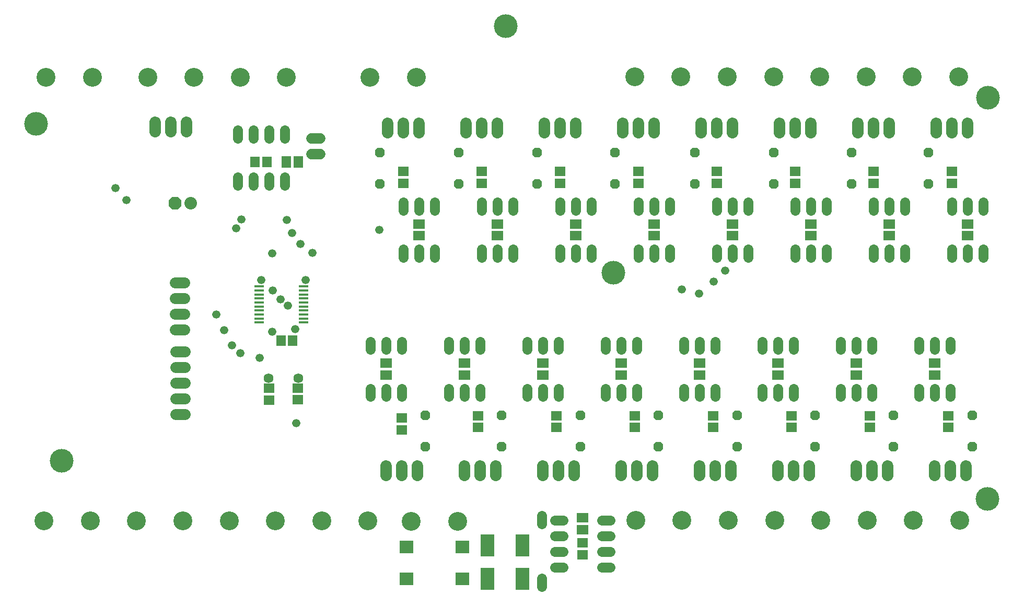
<source format=gbs>
G75*
G70*
%OFA0B0*%
%FSLAX24Y24*%
%IPPOS*%
%LPD*%
%AMOC8*
5,1,8,0,0,1.08239X$1,22.5*
%
%ADD10C,0.1512*%
%ADD11C,0.0624*%
%ADD12R,0.0693X0.0614*%
%ADD13R,0.0614X0.0693*%
%ADD14OC8,0.0803*%
%ADD15C,0.0803*%
%ADD16R,0.0618X0.0165*%
%ADD17C,0.0624*%
%ADD18R,0.0732X0.0614*%
%ADD19C,0.0720*%
%ADD20C,0.0672*%
%ADD21R,0.0614X0.0732*%
%ADD22C,0.0712*%
%ADD23C,0.1200*%
%ADD24OC8,0.0624*%
%ADD25R,0.0882X0.0803*%
%ADD26R,0.0850X0.1402*%
%ADD27C,0.0523*%
D10*
X003123Y010111D03*
X001495Y031605D03*
X031443Y037847D03*
X038333Y022107D03*
X062205Y033288D03*
X062185Y007682D03*
D11*
X018233Y015396D03*
X016333Y015396D03*
D12*
X016335Y014733D03*
X016335Y013985D03*
X018170Y013999D03*
X018170Y014747D03*
X024805Y012843D03*
X024805Y012095D03*
X029698Y012245D03*
X029698Y012993D03*
X034698Y012993D03*
X034698Y012245D03*
X039698Y012245D03*
X039698Y012993D03*
X044698Y012993D03*
X044698Y012245D03*
X049698Y012245D03*
X049698Y012993D03*
X054698Y012993D03*
X054698Y012245D03*
X059698Y012245D03*
X059698Y012993D03*
X059920Y027823D03*
X059920Y028571D03*
X054924Y028571D03*
X054924Y027823D03*
X049910Y027823D03*
X049910Y028571D03*
X044910Y028571D03*
X044910Y027823D03*
X039905Y027823D03*
X039905Y028571D03*
X034902Y028571D03*
X034902Y027823D03*
X029902Y027823D03*
X029902Y028571D03*
X024920Y028571D03*
X024920Y027823D03*
X036356Y004875D03*
X036356Y004127D03*
D13*
X017862Y017774D03*
X017114Y017774D03*
X016208Y029193D03*
X015460Y029193D03*
D14*
X010358Y026554D03*
D15*
X011358Y026554D03*
D16*
X015710Y021239D03*
X015710Y020983D03*
X015710Y020728D03*
X015710Y020472D03*
X015710Y020216D03*
X015710Y019960D03*
X015710Y019704D03*
X015710Y019448D03*
X015710Y019192D03*
X015710Y018936D03*
X018564Y018936D03*
X018564Y019192D03*
X018564Y019448D03*
X018564Y019704D03*
X018564Y019960D03*
X018564Y020216D03*
X018564Y020472D03*
X018564Y020728D03*
X018564Y020983D03*
X018564Y021239D03*
D17*
X022805Y017729D02*
X022805Y017209D01*
X023805Y017209D02*
X023805Y017729D01*
X024805Y017729D02*
X024805Y017209D01*
X027805Y017209D02*
X027805Y017729D01*
X028805Y017729D02*
X028805Y017209D01*
X029805Y017209D02*
X029805Y017729D01*
X032805Y017729D02*
X032805Y017209D01*
X033805Y017209D02*
X033805Y017729D01*
X034805Y017729D02*
X034805Y017209D01*
X037805Y017209D02*
X037805Y017729D01*
X038805Y017729D02*
X038805Y017209D01*
X039805Y017209D02*
X039805Y017729D01*
X042805Y017729D02*
X042805Y017209D01*
X043805Y017209D02*
X043805Y017729D01*
X044805Y017729D02*
X044805Y017209D01*
X047805Y017209D02*
X047805Y017729D01*
X048805Y017729D02*
X048805Y017209D01*
X049805Y017209D02*
X049805Y017729D01*
X052805Y017729D02*
X052805Y017209D01*
X053805Y017209D02*
X053805Y017729D01*
X054805Y017729D02*
X054805Y017209D01*
X057805Y017209D02*
X057805Y017729D01*
X058805Y017729D02*
X058805Y017209D01*
X059805Y017209D02*
X059805Y017729D01*
X059805Y014729D02*
X059805Y014209D01*
X058805Y014209D02*
X058805Y014729D01*
X057805Y014729D02*
X057805Y014209D01*
X054805Y014209D02*
X054805Y014729D01*
X053805Y014729D02*
X053805Y014209D01*
X052805Y014209D02*
X052805Y014729D01*
X049805Y014729D02*
X049805Y014209D01*
X048805Y014209D02*
X048805Y014729D01*
X047805Y014729D02*
X047805Y014209D01*
X044805Y014209D02*
X044805Y014729D01*
X043805Y014729D02*
X043805Y014209D01*
X042805Y014209D02*
X042805Y014729D01*
X039805Y014729D02*
X039805Y014209D01*
X038805Y014209D02*
X038805Y014729D01*
X037805Y014729D02*
X037805Y014209D01*
X034805Y014209D02*
X034805Y014729D01*
X033805Y014729D02*
X033805Y014209D01*
X032805Y014209D02*
X032805Y014729D01*
X029805Y014729D02*
X029805Y014209D01*
X028805Y014209D02*
X028805Y014729D01*
X027805Y014729D02*
X027805Y014209D01*
X024805Y014209D02*
X024805Y014729D01*
X023805Y014729D02*
X023805Y014209D01*
X022805Y014209D02*
X022805Y014729D01*
X033766Y006601D02*
X033766Y006081D01*
X034596Y006331D02*
X035116Y006331D01*
X035116Y005331D02*
X034596Y005331D01*
X034596Y004331D02*
X035116Y004331D01*
X035116Y003331D02*
X034596Y003331D01*
X033766Y002601D02*
X033766Y002081D01*
X037596Y003331D02*
X038116Y003331D01*
X038116Y004331D02*
X037596Y004331D01*
X037596Y005331D02*
X038116Y005331D01*
X038116Y006331D02*
X037596Y006331D01*
X036920Y023087D02*
X036920Y023607D01*
X035920Y023607D02*
X035920Y023087D01*
X034920Y023087D02*
X034920Y023607D01*
X031920Y023607D02*
X031920Y023087D01*
X030920Y023087D02*
X030920Y023607D01*
X029920Y023607D02*
X029920Y023087D01*
X026920Y023087D02*
X026920Y023607D01*
X025920Y023607D02*
X025920Y023087D01*
X024920Y023087D02*
X024920Y023607D01*
X024920Y026087D02*
X024920Y026607D01*
X025920Y026607D02*
X025920Y026087D01*
X026920Y026087D02*
X026920Y026607D01*
X029920Y026607D02*
X029920Y026087D01*
X030920Y026087D02*
X030920Y026607D01*
X031920Y026607D02*
X031920Y026087D01*
X034920Y026087D02*
X034920Y026607D01*
X035920Y026607D02*
X035920Y026087D01*
X036920Y026087D02*
X036920Y026607D01*
X039920Y026607D02*
X039920Y026087D01*
X040920Y026087D02*
X040920Y026607D01*
X041920Y026607D02*
X041920Y026087D01*
X044920Y026087D02*
X044920Y026607D01*
X045920Y026607D02*
X045920Y026087D01*
X046920Y026087D02*
X046920Y026607D01*
X049920Y026607D02*
X049920Y026087D01*
X050920Y026087D02*
X050920Y026607D01*
X051920Y026607D02*
X051920Y026087D01*
X054920Y026087D02*
X054920Y026607D01*
X055920Y026607D02*
X055920Y026087D01*
X056920Y026087D02*
X056920Y026607D01*
X059920Y026607D02*
X059920Y026087D01*
X060920Y026087D02*
X060920Y026607D01*
X061920Y026607D02*
X061920Y026087D01*
X061920Y023607D02*
X061920Y023087D01*
X060920Y023087D02*
X060920Y023607D01*
X059920Y023607D02*
X059920Y023087D01*
X056920Y023087D02*
X056920Y023607D01*
X055920Y023607D02*
X055920Y023087D01*
X054920Y023087D02*
X054920Y023607D01*
X051920Y023607D02*
X051920Y023087D01*
X050920Y023087D02*
X050920Y023607D01*
X049920Y023607D02*
X049920Y023087D01*
X046920Y023087D02*
X046920Y023607D01*
X045920Y023607D02*
X045920Y023087D01*
X044920Y023087D02*
X044920Y023607D01*
X041920Y023607D02*
X041920Y023087D01*
X040920Y023087D02*
X040920Y023607D01*
X039920Y023607D02*
X039920Y023087D01*
X017334Y027683D02*
X017334Y028203D01*
X016334Y028203D02*
X016334Y027683D01*
X015334Y027683D02*
X015334Y028203D01*
X014334Y028203D02*
X014334Y027683D01*
X014334Y030683D02*
X014334Y031203D01*
X015334Y031203D02*
X015334Y030683D01*
X016334Y030683D02*
X016334Y031203D01*
X017334Y031203D02*
X017334Y030683D01*
D18*
X025921Y025225D03*
X025921Y024477D03*
X030922Y024471D03*
X030922Y025219D03*
X035917Y025219D03*
X035917Y024471D03*
X040919Y024471D03*
X040919Y025219D03*
X045921Y025219D03*
X045921Y024471D03*
X050923Y024471D03*
X050923Y025219D03*
X055925Y025219D03*
X055925Y024471D03*
X060919Y024471D03*
X060919Y025219D03*
X058806Y016343D03*
X058806Y015595D03*
X053803Y015592D03*
X053803Y016340D03*
X048806Y016340D03*
X048806Y015592D03*
X043803Y015592D03*
X043803Y016340D03*
X038806Y016340D03*
X038806Y015592D03*
X033804Y015592D03*
X033804Y016340D03*
X028807Y016340D03*
X028807Y015592D03*
X023805Y015594D03*
X023805Y016342D03*
X036356Y006468D03*
X036356Y005720D03*
D19*
X035805Y009169D02*
X035805Y009769D01*
X034805Y009769D02*
X034805Y009169D01*
X033805Y009169D02*
X033805Y009769D01*
X030805Y009769D02*
X030805Y009169D01*
X029805Y009169D02*
X029805Y009769D01*
X028805Y009769D02*
X028805Y009169D01*
X025805Y009169D02*
X025805Y009769D01*
X024805Y009769D02*
X024805Y009169D01*
X023805Y009169D02*
X023805Y009769D01*
X038805Y009769D02*
X038805Y009169D01*
X039805Y009169D02*
X039805Y009769D01*
X040805Y009769D02*
X040805Y009169D01*
X043805Y009169D02*
X043805Y009769D01*
X044805Y009769D02*
X044805Y009169D01*
X045805Y009169D02*
X045805Y009769D01*
X048805Y009769D02*
X048805Y009169D01*
X049805Y009169D02*
X049805Y009769D01*
X050805Y009769D02*
X050805Y009169D01*
X053805Y009169D02*
X053805Y009769D01*
X054805Y009769D02*
X054805Y009169D01*
X055805Y009169D02*
X055805Y009769D01*
X058805Y009769D02*
X058805Y009169D01*
X059805Y009169D02*
X059805Y009769D01*
X060805Y009769D02*
X060805Y009169D01*
X060920Y031047D02*
X060920Y031647D01*
X059920Y031647D02*
X059920Y031047D01*
X058920Y031047D02*
X058920Y031647D01*
X055920Y031647D02*
X055920Y031047D01*
X054920Y031047D02*
X054920Y031647D01*
X053920Y031647D02*
X053920Y031047D01*
X050920Y031047D02*
X050920Y031647D01*
X049920Y031647D02*
X049920Y031047D01*
X048920Y031047D02*
X048920Y031647D01*
X045920Y031647D02*
X045920Y031047D01*
X044920Y031047D02*
X044920Y031647D01*
X043920Y031647D02*
X043920Y031047D01*
X040920Y031047D02*
X040920Y031647D01*
X039920Y031647D02*
X039920Y031047D01*
X038920Y031047D02*
X038920Y031647D01*
X035920Y031647D02*
X035920Y031047D01*
X034920Y031047D02*
X034920Y031647D01*
X033920Y031647D02*
X033920Y031047D01*
X030920Y031047D02*
X030920Y031647D01*
X029920Y031647D02*
X029920Y031047D01*
X028920Y031047D02*
X028920Y031647D01*
X025920Y031647D02*
X025920Y031047D01*
X024920Y031047D02*
X024920Y031647D01*
X023920Y031647D02*
X023920Y031047D01*
X011095Y031107D02*
X011095Y031707D01*
X010095Y031707D02*
X010095Y031107D01*
X009095Y031107D02*
X009095Y031707D01*
D20*
X019054Y030693D02*
X019614Y030693D01*
X019614Y029693D02*
X019054Y029693D01*
D21*
X018208Y029193D03*
X017460Y029193D03*
D22*
X010951Y021489D02*
X010357Y021489D01*
X010357Y020489D02*
X010951Y020489D01*
X010951Y019489D02*
X010357Y019489D01*
X010357Y018489D02*
X010951Y018489D01*
X010971Y017092D02*
X010377Y017092D01*
X010377Y016092D02*
X010971Y016092D01*
X010971Y015092D02*
X010377Y015092D01*
X010377Y014092D02*
X010971Y014092D01*
X010971Y013092D02*
X010377Y013092D01*
D23*
X001991Y006269D03*
X004944Y006269D03*
X007897Y006269D03*
X010850Y006269D03*
X013802Y006269D03*
X016755Y006269D03*
X019708Y006269D03*
X022661Y006269D03*
X025421Y006240D03*
X028373Y006240D03*
X039746Y006302D03*
X042698Y006302D03*
X045651Y006302D03*
X048604Y006302D03*
X051557Y006302D03*
X054509Y006302D03*
X057462Y006302D03*
X060415Y006302D03*
X060345Y034602D03*
X057392Y034602D03*
X054440Y034602D03*
X051487Y034602D03*
X048534Y034602D03*
X045581Y034602D03*
X042629Y034602D03*
X039676Y034602D03*
X025748Y034597D03*
X022795Y034597D03*
X017461Y034597D03*
X014508Y034597D03*
X011555Y034597D03*
X008603Y034597D03*
X005083Y034597D03*
X002130Y034597D03*
D24*
X023423Y029768D03*
X023423Y027768D03*
X028434Y027768D03*
X028434Y029768D03*
X033438Y029768D03*
X033438Y027768D03*
X038414Y027768D03*
X038414Y029768D03*
X043515Y029768D03*
X043515Y027768D03*
X048540Y027768D03*
X048540Y029768D03*
X053518Y029768D03*
X053518Y027768D03*
X058422Y027768D03*
X058422Y029768D03*
X056190Y013019D03*
X056190Y011019D03*
X051197Y011019D03*
X051197Y013019D03*
X046200Y013019D03*
X046200Y011019D03*
X041196Y011019D03*
X041196Y013019D03*
X036201Y013019D03*
X036201Y011019D03*
X031198Y011019D03*
X031198Y013019D03*
X026322Y013019D03*
X026322Y011019D03*
X061216Y011019D03*
X061216Y013019D03*
D25*
X028670Y004601D03*
X028670Y002594D03*
X025127Y002594D03*
X025127Y004601D03*
D26*
X030296Y004722D03*
X032501Y004722D03*
X032501Y002597D03*
X030296Y002597D03*
D27*
X018089Y012507D03*
X015735Y016679D03*
X014509Y016977D03*
X013994Y017482D03*
X013497Y018433D03*
X012989Y019464D03*
X015834Y021651D03*
X016599Y020992D03*
X017068Y020418D03*
X017556Y020007D03*
X018016Y018505D03*
X016544Y018335D03*
X018693Y021652D03*
X019106Y023365D03*
X018334Y023961D03*
X017802Y024649D03*
X017481Y025474D03*
X014599Y025501D03*
X014256Y024947D03*
X016537Y023364D03*
X023381Y024851D03*
X007238Y026735D03*
X006562Y027526D03*
X042694Y021051D03*
X043794Y020776D03*
X044716Y021538D03*
X045437Y022238D03*
M02*

</source>
